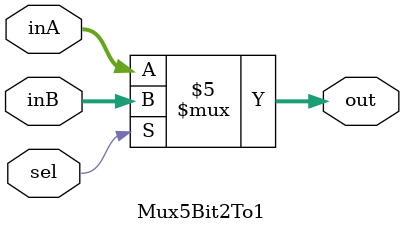
<source format=v>
module Mux5Bit2To1(out, inA, inB, sel);

    output reg [4:0] out;
    
    input [4:0] inA;
    input [4:0] inB;
    input sel;

    initial begin
    out <= 0;
    end

    always @(*) begin
    if (sel == 0)
        out <= inA;
    else   
        out <= inB;

    end
endmodule

</source>
